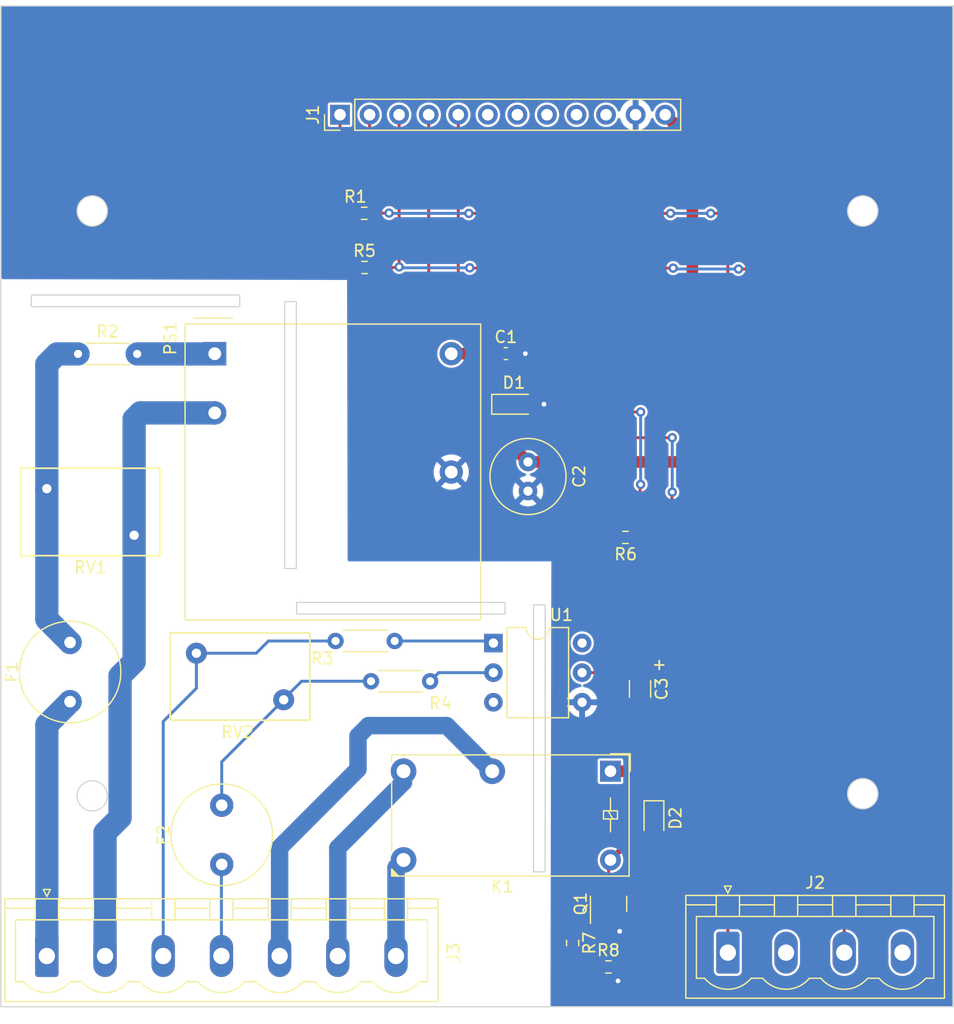
<source format=kicad_pcb>
(kicad_pcb (version 20211014) (generator pcbnew)
  (layers (0 "F.Cu" signal) (31 "B.Cu" signal) (34 "B.Paste" user) (35 "F.Paste" user) (36 "B.SilkS" user "B.Silkscreen") (37 "F.SilkS" user "F.Silkscreen") (38 "B.Mask" user) (39 "F.Mask" user) (44 "Edge.Cuts" user))
  (net 0 "")
  (net 1 "+5V")
  (net 2 "GND")
  (net 3 "Net-(PS1-Pad1)")
  (net 4 "/N")
  (net 5 "Net-(F1-Pad2)")
  (net 6 "/L")
  (net 7 "/HC_L")
  (net 8 "Net-(F2-Pad2)")
  (net 9 "/HC_N")
  (net 12 "/HP_ACTIVE")
  (net 13 "Net-(D2-Pad2)")
  (net 14 "+3.3V")
  (net 15 "/EXT_TEMP")
  (net 16 "/LIMITER_TEMP")
  (net 17 "/RELAY_CMD")
  (net 23 "/REL_NO")
  (net 24 "/REL_COM")
  (net 25 "/REL_NC")
  (net 26 "Net-(Q1-Pad1)")
  (net 27 "/EXT_TEMP_2")
  (net 28 "/LIM_TEMP_2")
  (net 29 "Net-(R3-Pad2)")
  (net 30 "Net-(R4-Pad2)")
  (footprint "Resistor_SMD:R_0603_1608Metric" (layer "F.Cu") (at 53.657 45.6184)
    (fp_text reference "R6" (at 0.0254 1.4478) (layer "F.SilkS"))
    (fp_text value "4.7k")
    (fp_line (start -0.237258 0.5225) (end 0.237258 0.5225) (layer "F.SilkS") (width 0.12))
    (fp_line (start -0.237258 -0.5225) (end 0.237258 -0.5225) (layer "F.SilkS") (width 0.12))
    (pad "1" smd roundrect (at -0.825 0) (size 0.8 0.95) (layers "F.Cu" "F.Paste" "F.Mask") (net 14 "+3.3V"))
    (pad "2" smd roundrect (at 0.825 0) (size 0.8 0.95) (layers "F.Cu" "F.Paste" "F.Mask") (net 12 "/HP_ACTIVE"))
  )
  (footprint "heating-controller:Converter_ACDC_aimtec_AMEM5" (layer "F.Cu") (at 15.8242 27.31)
    (fp_text reference "PS1" (at -1.27 1.2142 90) (layer "F.SilkS"))
    (fp_text value "AMEM5-5S277HAVZ")
    (fp_line (start 25.4 0) (end 25.4 25.4) (layer "F.SilkS") (width 0.12))
    (fp_line (start 25.4 25.4) (end 0 25.4) (layer "F.SilkS") (width 0.12))
    (fp_line (start 0 0) (end 25.4 0) (layer "F.SilkS") (width 0.12))
    (fp_line (start 0 25.4) (end 0 0) (layer "F.SilkS") (width 0.12))
    (fp_line (start 0.762 -0.508) (end 4.064 -0.508) (layer "F.SilkS") (width 0.12))
    (pad "1" thru_hole rect (at 2.55 2.54) (size 2 2) (drill 1.1) (layers *.Cu *.Mask) (net 3 "Net-(PS1-Pad1)"))
    (pad "2" thru_hole circle (at 2.55 7.62) (size 2 2) (drill 1.1) (layers *.Cu *.Mask) (net 4 "/N"))
    (pad "4" thru_hole circle (at 22.87 12.7) (size 2 2) (drill 1.1) (layers *.Cu *.Mask) (net 2 "GND"))
    (pad "5" thru_hole circle (at 22.87 2.54) (size 2 2) (drill 1.1) (layers *.Cu *.Mask) (net 1 "+5V"))
  )
  (footprint "Capacitor_THT:C_Radial_D6.3mm_H7.0mm_P2.50mm" (layer "F.Cu") (at 45.2882 39.1414 -90)
    (fp_text reference "C2" (at 1.25 -4.4 90) (layer "F.SilkS"))
    (fp_text value "150uF")
    (fp_circle (center 1.25 0) (end 4.52 0) (layer "F.SilkS") (width 0.12) (fill none))
    (pad "1" thru_hole circle (at 0 0 270) (size 1.6 1.6) (drill 0.8) (layers *.Cu *.Mask) (net 1 "+5V"))
    (pad "2" thru_hole circle (at 2.5 0 270) (size 1.6 1.6) (drill 0.8) (layers *.Cu *.Mask) (net 2 "GND"))
  )
  (footprint "Resistor_SMD:R_0603_1608Metric" (layer "F.Cu") (at 31.242 22.4536)
    (fp_text reference "R5" (at 0 -1.43) (layer "F.SilkS"))
    (fp_text value "15k")
    (fp_line (start -0.237258 0.5225) (end 0.237258 0.5225) (layer "F.SilkS") (width 0.12))
    (fp_line (start -0.237258 -0.5225) (end 0.237258 -0.5225) (layer "F.SilkS") (width 0.12))
    (pad "1" smd roundrect (at -0.825 0) (size 0.8 0.95) (layers "F.Cu" "F.Paste" "F.Mask") (net 14 "+3.3V"))
    (pad "2" smd roundrect (at 0.825 0) (size 0.8 0.95) (layers "F.Cu" "F.Paste" "F.Mask") (net 16 "/LIMITER_TEMP"))
  )
  (footprint "Varistor:RV_Disc_D12mm_W7.5mm_P7.5mm" (layer "F.Cu") (at 24.2986 59.5564 180)
    (fp_text reference "RV2" (at 3.9624 -2.7686) (layer "F.SilkS"))
    (fp_text value "ERZE10A561")
    (fp_line (start -2.25 -1.75) (end -2.25 5.75) (layer "F.SilkS") (width 0.15))
    (fp_line (start 9.75 -1.75) (end 9.75 5.75) (layer "F.SilkS") (width 0.15))
    (fp_line (start -2.25 -1.75) (end 9.75 -1.75) (layer "F.SilkS") (width 0.15))
    (fp_line (start -2.25 5.75) (end 9.75 5.75) (layer "F.SilkS") (width 0.15))
    (pad "1" thru_hole circle (at 0 0 180) (size 1.8 1.8) (drill 0.8) (layers *.Cu *.Mask) (net 8 "Net-(F2-Pad2)"))
    (pad "2" thru_hole circle (at 7.5 4 180) (size 1.8 1.8) (drill 0.8) (layers *.Cu *.Mask) (net 9 "/HC_N"))
  )
  (footprint "Resistor_SMD:R_0603_1608Metric" (layer "F.Cu") (at 52.1965 82.4865)
    (fp_text reference "R8" (at 0 -1.43) (layer "F.SilkS"))
    (fp_text value "100k")
    (fp_line (start -0.237258 -0.5225) (end 0.237258 -0.5225) (layer "F.SilkS") (width 0.12))
    (fp_line (start -0.237258 0.5225) (end 0.237258 0.5225) (layer "F.SilkS") (width 0.12))
    (pad "1" smd roundrect (at -0.825 0) (size 0.8 0.95) (layers "F.Cu" "F.Paste" "F.Mask") (net 26 "Net-(Q1-Pad1)"))
    (pad "2" smd roundrect (at 0.825 0) (size 0.8 0.95) (layers "F.Cu" "F.Paste" "F.Mask") (net 2 "GND"))
  )
  (footprint "Connector_PinHeader_2.54mm:PinHeader_1x12_P2.54mm_Vertical" (layer "F.Cu") (at 29.137 9.3392 90)
    (fp_text reference "J1" (at 0 -2.33 90) (layer "F.SilkS"))
    (fp_text value "LilyGo T-Display S3")
    (fp_line (start -1.33 -1.33) (end 0 -1.33) (layer "F.SilkS") (width 0.12))
    (fp_line (start -1.33 0) (end -1.33 -1.33) (layer "F.SilkS") (width 0.12))
    (fp_line (start -1.33 1.27) (end -1.33 29.27) (layer "F.SilkS") (width 0.12))
    (fp_line (start 1.33 1.27) (end 1.33 29.27) (layer "F.SilkS") (width 0.12))
    (fp_line (start -1.33 29.27) (end 1.33 29.27) (layer "F.SilkS") (width 0.12))
    (fp_line (start -1.33 1.27) (end 1.33 1.27) (layer "F.SilkS") (width 0.12))
    (pad "1" thru_hole rect (at 0 0 90) (size 1.7 1.7) (drill 1) (layers *.Cu *.Mask) (net 14 "+3.3V"))
    (pad "2" thru_hole oval (at 0 2.54 90) (size 1.7 1.7) (drill 1) (layers *.Cu *.Mask) (net 15 "/EXT_TEMP"))
    (pad "3" thru_hole oval (at 0 5.08 90) (size 1.7 1.7) (drill 1) (layers *.Cu *.Mask) (net 16 "/LIMITER_TEMP"))
    (pad "4" thru_hole oval (at 0 7.62 90) (size 1.7 1.7) (drill 1) (layers *.Cu *.Mask) (net 17 "/RELAY_CMD"))
    (pad "5" thru_hole oval (at 0 10.16 90) (size 1.7 1.7) (drill 1) (layers *.Cu *.Mask) (net 12 "/HP_ACTIVE"))
    (pad "6" thru_hole oval (at 0 12.7 90) (size 1.7 1.7) (drill 1) (layers *.Cu *.Mask))
    (pad "7" thru_hole oval (at 0 15.24 90) (size 1.7 1.7) (drill 1) (layers *.Cu *.Mask))
    (pad "8" thru_hole oval (at 0 17.78 90) (size 1.7 1.7) (drill 1) (layers *.Cu *.Mask))
    (pad "9" thru_hole oval (at 0 20.32 90) (size 1.7 1.7) (drill 1) (layers *.Cu *.Mask))
    (pad "10" thru_hole oval (at 0 22.86 90) (size 1.7 1.7) (drill 1) (layers *.Cu *.Mask))
    (pad "11" thru_hole oval (at 0 25.4 90) (size 1.7 1.7) (drill 1) (layers *.Cu *.Mask) (net 2 "GND"))
    (pad "12" thru_hole oval (at 0 27.94 90) (size 1.7 1.7) (drill 1) (layers *.Cu *.Mask) (net 1 "+5V"))
  )
  (footprint "Connector_Phoenix_MSTB:PhoenixContact_MSTBVA_2,5_7-G_1x07_P5.00mm_Vertical" (layer "F.Cu") (at 3.9484 81.5453)
    (fp_text reference "J3" (at 34.939 -0.2907 270) (layer "F.SilkS"))
    (fp_text value "Power connector")
    (fp_line (start -1 -4.91) (end 1 -4.91) (layer "F.SilkS") (width 0.12))
    (fp_line (start 12 2.2) (end 13 2.2) (layer "F.SilkS") (width 0.12))
    (fp_line (start -3.61 -4.1) (end -1.11 -4.1) (layer "F.SilkS") (width 0.12))
    (fp_line (start 6 -4.1) (end 9 -4.1) (layer "F.SilkS") (width 0.12))
    (fp_line (start 1 -4.91) (end 1 -3.1) (layer "F.SilkS") (width 0.12))
    (fp_line (start 9 -3.1) (end 9 -4.91) (layer "F.SilkS") (width 0.12))
    (fp_line (start 26 -4.1) (end 29 -4.1) (layer "F.SilkS") (width 0.12))
    (fp_line (start 1 -3.1) (end -1 -3.1) (layer "F.SilkS") (width 0.12))
    (fp_line (start 31 -3.1) (end 29 -3.1) (layer "F.SilkS") (width 0.12))
    (fp_line (start 32.7 -3.1) (end 32.7 2.2) (layer "F.SilkS") (width 0.12))
    (fp_line (start 24 -4.91) (end 26 -4.91) (layer "F.SilkS") (width 0.12))
    (fp_line (start 19 -4.91) (end 21 -4.91) (layer "F.SilkS") (width 0.12))
    (fp_line (start 27 2.2) (end 28 2.2) (layer "F.SilkS") (width 0.12))
    (fp_line (start 16 -3.1) (end 14 -3.1) (layer "F.SilkS") (width 0.12))
    (fp_line (start 6 -3.1) (end 4 -3.1) (layer "F.SilkS") (width 0.12))
    (fp_line (start 24 -3.1) (end 24 -4.91) (layer "F.SilkS") (width 0.12))
    (fp_line (start 26 -4.91) (end 26 -3.1) (layer "F.SilkS") (width 0.12))
    (fp_line (start 0.3 -5.71) (end 0 -5.11) (layer "F.SilkS") (width 0.12))
    (fp_line (start 32.7 2.2) (end 32 2.2) (layer "F.SilkS") (width 0.12))
    (fp_line (start 4 -4.91) (end 6 -4.91) (layer "F.SilkS") (width 0.12))
    (fp_line (start 33.61 3.91) (end 33.61 -4.91) (layer "F.SilkS") (width 0.12))
    (fp_line (start 31 -4.91) (end 31 -3.1) (layer "F.SilkS") (width 0.12))
    (fp_line (start 16 -4.1) (end 19 -4.1) (layer "F.SilkS") (width 0.12))
    (fp_line (start 11 -4.91) (end 11 -3.1) (layer "F.SilkS") (width 0.12))
    (fp_line (start 33.61 -4.1) (end 31.11 -4.1) (layer "F.SilkS") (width 0.12))
    (fp_line (start 0 -5.11) (end -0.3 -5.71) (layer "F.SilkS") (width 0.12))
    (fp_line (start 21 -4.1) (end 24 -4.1) (layer "F.SilkS") (width 0.12))
    (fp_line (start 29 -4.91) (end 31 -4.91) (layer "F.SilkS") (width 0.12))
    (fp_line (start -0.3 -5.71) (end 0.3 -5.71) (layer "F.SilkS") (width 0.12))
    (fp_line (start 21 -4.91) (end 21 -3.1) (layer "F.SilkS") (width 0.12))
    (fp_line (start 14 -4.91) (end 16 -4.91) (layer "F.SilkS") (width 0.12))
    (fp_line (start 6 -4.91) (end 6 -3.1) (layer "F.SilkS") (width 0.12))
    (fp_line (start 21 -3.1) (end 19 -3.1) (layer "F.SilkS") (width 0.12))
    (fp_line (start 11 -3.1) (end 9 -3.1) (layer "F.SilkS") (width 0.12))
    (fp_line (start 29 -3.1) (end 29 -4.91) (layer "F.SilkS") (width 0.12))
    (fp_line (start 9 -4.91) (end 11 -4.91) (layer "F.SilkS") (width 0.12))
    (fp_line (start 19 -3.1) (end 19 -4.91) (layer "F.SilkS") (width 0.12))
    (fp_line (start 2 2.2) (end 3 2.2) (layer "F.SilkS") (width 0.12))
    (fp_line (start 1 -4.1) (end 4 -4.1) (layer "F.SilkS") (width 0.12))
    (fp_line (start 17 2.2) (end 18 2.2) (layer "F.SilkS") (width 0.12))
    (fp_line (start 11 -4.1) (end 14 -4.1) (layer "F.SilkS") (width 0.12))
    (fp_line (start 7 2.2) (end 8 2.2) (layer "F.SilkS") (width 0.12))
    (fp_line (start 26 -3.1) (end 24 -3.1) (layer "F.SilkS") (width 0.12))
    (fp_line (start 22 2.2) (end 23 2.2) (layer "F.SilkS") (width 0.12))
    (fp_line (start -2.7 2.2) (end -2.7 -3.1) (layer "F.SilkS") (width 0.12))
    (fp_line (start -2.7 -3.1) (end 32.7 -3.1) (layer "F.SilkS") (width 0.12))
    (fp_line (start 14 -3.1) (end 14 -4.91) (layer "F.SilkS") (width 0.12))
    (fp_line (start -1 -3.1) (end -1 -4.91) (layer "F.SilkS") (width 0.12))
    (fp_line (start -3.61 -4.91) (end -3.61 3.91) (layer "F.SilkS") (width 0.12))
    (fp_line (start 16 -4.91) (end 16 -3.1) (layer "F.SilkS") (width 0.12))
    (fp_line (start 33.61 -4.91) (end -3.61 -4.91) (layer "F.SilkS") (width 0.12))
    (fp_line (start -3.61 3.91) (end 33.61 3.91) (layer "F.SilkS") (width 0.12))
    (fp_line (start -2 2.2) (end -2.7 2.2) (layer "F.SilkS") (width 0.12))
    (fp_line (start 4 -3.1) (end 4 -4.91) (layer "F.SilkS") (width 0.12))
    (fp_arc (start 31.986842 2.215821) (mid 29.989711 3.142758) (end 28 2.2) (layer "F.SilkS") (width 0.12))
    (fp_arc (start 11.986842 2.215821) (mid 9.989711 3.142758) (end 8 2.2) (layer "F.SilkS") (width 0.12))
    (fp_arc (start 16.986842 2.215821) (mid 14.989711 3.142758) (end 13 2.2) (layer "F.SilkS") (width 0.12))
    (fp_arc (start 21.986842 2.215821) (mid 19.989711 3.142758) (end 18 2.2) (layer "F.SilkS") (width 0.12))
    (fp_arc (start 26.986842 2.215821) (mid 24.989711 3.142758) (end 23 2.2) (layer "F.SilkS") (width 0.12))
    (fp_arc (start 1.986842 2.215821) (mid -0.010289 3.142758) (end -2 2.2) (layer "F.SilkS") (width 0.12))
    (fp_arc (start 6.986842 2.215821) (mid 4.989711 3.142758) (end 3 2.2) (layer "F.SilkS") (width 0.12))
    (pad "1" thru_hole roundrect (at 0 0) (size 2 3.6) (drill 1.4) (layers *.Cu *.Mask) (roundrect_rratio 0.125) (net 6 "/L"))
    (pad "2" thru_hole oval (at 5 0) (size 2 3.6) (drill 1.4) (layers *.Cu *.Mask) (net 4 "/N"))
    (pad "3" thru_hole oval (at 10 0) (size 2 3.6) (drill 1.4) (layers *.Cu *.Mask) (net 9 "/HC_N"))
    (pad "4" thru_hole oval (at 15 0) (size 2 3.6) (drill 1.4) (layers *.Cu *.Mask) (net 7 "/HC_L"))
    (pad "5" thru_hole oval (at 20 0) (size 2 3.6) (drill 1.4) (layers *.Cu *.Mask) (net 24 "/REL_COM"))
    (pad "6" thru_hole oval (at 25 0) (size 2 3.6) (drill 1.4) (layers *.Cu *.Mask) (net 23 "/REL_NO"))
    (pad "7" thru_hole oval (at 30 0) (size 2 3.6) (drill 1.4) (layers *.Cu *.Mask) (net 25 "/REL_NC"))
  )
  (footprint "Resistor_SMD:R_0603_1608Metric" (layer "F.Cu") (at 49.1236 80.4296 -90)
    (fp_text reference "R7" (at 0 -1.43 90) (layer "F.SilkS"))
    (fp_text value "1k")
    (fp_line (start -0.237258 -0.5225) (end 0.237258 -0.5225) (layer "F.SilkS") (width 0.12))
    (fp_line (start -0.237258 0.5225) (end 0.237258 0.5225) (layer "F.SilkS") (width 0.12))
    (pad "1" smd roundrect (at -0.825 0 270) (size 0.8 0.95) (layers "F.Cu" "F.Paste" "F.Mask") (net 17 "/RELAY_CMD"))
    (pad "2" smd roundrect (at 0.825 0 270) (size 0.8 0.95) (layers "F.Cu" "F.Paste" "F.Mask") (net 26 "Net-(Q1-Pad1)"))
  )
  (footprint "Capacitor_SMD:C_1206_3216Metric" (layer "F.Cu") (at 54.9148 58.6232 -90)
    (fp_text reference "C3" (at 0 -1.85 90) (layer "F.SilkS"))
    (fp_text value "4.7uF")
    (fp_line (start -0.711252 -0.91) (end 0.711252 -0.91) (layer "F.SilkS") (width 0.12))
    (fp_line (start -0.711252 0.91) (end 0.711252 0.91) (layer "F.SilkS") (width 0.12))
    (pad "1" smd roundrect (at -1.475 0 270) (size 1.15 1.8) (layers "F.Cu" "F.Paste" "F.Mask") (roundrect_rratio 0.217391) (net 12 "/HP_ACTIVE"))
    (pad "2" smd roundrect (at 1.475 0 270) (size 1.15 1.8) (layers "F.Cu" "F.Paste" "F.Mask") (roundrect_rratio 0.217391) (net 2 "GND"))
  )
  (footprint "Relay_THT:Relay_SPDT_Finder_32.21-x000" (layer "F.Cu") (at 52.3748 65.6844 180)
    (fp_text reference "K1" (at 9.3 -9.9) (layer "F.SilkS"))
    (fp_text value "FINDER-32.21-x000")
    (fp_line (start 18.8 -6.8) (end 18.8 -0.8) (layer "F.SilkS") (width 0.12))
    (fp_line (start 18.8 -9) (end 18.8 -8.4) (layer "F.SilkS") (width 0.12))
    (fp_line (start -0.6 -3.4) (end 0.6 -3.4) (layer "F.SilkS") (width 0.12))
    (fp_line (start 0 -3.4) (end 0 -2.3) (layer "F.SilkS") (width 0.12))
    (fp_line (start 18.8 -8.7) (end 18.4 -9) (layer "F.SilkS") (width 0.12))
    (fp_line (start 18.8 1.4) (end -1.6 1.4) (layer "F.SilkS") (width 0.12))
    (fp_line (start -1.7 1.5) (end -1.7 0) (layer "F.SilkS") (width 0.12))
    (fp_line (start -1.6 1.4) (end -1.6 -9) (layer "F.SilkS") (width 0.12))
    (fp_line (start 18.2 -9) (end 18.8 -8.4) (layer "F.SilkS") (width 0.12))
    (fp_line (start 18.8 -8.6) (end 18.4 -9) (layer "F.SilkS") (width 0.12))
    (fp_line (start 0 1.5) (end -1.7 1.5) (layer "F.SilkS") (width 0.12))
    (fp_line (start 18.8 0.8) (end 18.8 1.4) (layer "F.SilkS") (width 0.12))
    (fp_line (start 18.8 -8.5) (end 18.3 -9) (layer "F.SilkS") (width 0.12))
    (fp_line (start 0 -4.1) (end 0 -5.2) (layer "F.SilkS") (width 0.12))
    (fp_line (start 0.6 -4.1) (end -0.6 -4.1) (layer "F.SilkS") (width 0.12))
    (fp_line (start 18.6 -9) (end 18.8 -8.8) (layer "F.SilkS") (width 0.12))
    (fp_line (start 0.2 -3.4) (end -0.2 -4.1) (layer "F.SilkS") (width 0.12))
    (fp_line (start 0.6 -3.4) (end 0.6 -4.1) (layer "F.SilkS") (width 0.12))
    (fp_line (start -0.6 -4.1) (end -0.6 -3.4) (layer "F.SilkS") (width 0.12))
    (fp_line (start -1.6 -9) (end 18.8 -9) (layer "F.SilkS") (width 0.12))
    (pad "11" thru_hole circle (at 10.16 0 270) (size 2.2 2.2) (drill 1.2) (layers *.Cu *.Mask) (net 24 "/REL_COM"))
    (pad "12" thru_hole circle (at 17.78 -7.62 270) (size 2.2 2.2) (drill 1.2) (layers *.Cu *.Mask) (net 25 "/REL_NC"))
    (pad "14" thru_hole circle (at 17.78 0 270) (size 2.2 2.2) (drill 1.2) (layers *.Cu *.Mask) (net 23 "/REL_NO"))
    (pad "A1" thru_hole rect (at 0 0 270) (size 1.8 1.8) (drill 1) (layers *.Cu *.Mask) (net 1 "+5V"))
    (pad "A2" thru_hole circle (at 0 -7.62 270) (size 1.8 1.8) (drill 1) (layers *.Cu *.Mask) (net 13 "Net-(D2-Pad2)"))
  )
  (footprint "Resistor_SMD:R_0603_1608Metric" (layer "F.Cu") (at 31.2166 17.800169)
    (fp_text reference "R1" (at -0.762 -1.43) (layer "F.SilkS"))
    (fp_text value "15k")
    (fp_line (start -0.237258 -0.5225) (end 0.237258 -0.5225) (layer "F.SilkS") (width 0.12))
    (fp_line (start -0.237258 0.5225) (end 0.237258 0.5225) (layer "F.SilkS") (width 0.12))
    (pad "1" smd roundrect (at -0.825 0) (size 0.8 0.95) (layers "F.Cu" "F.Paste" "F.Mask") (net 14 "+3.3V"))
    (pad "2" smd roundrect (at 0.825 0) (size 0.8 0.95) (layers "F.Cu" "F.Paste" "F.Mask") (net 15 "/EXT_TEMP"))
  )
  (footprint "Diode_SMD:D_SOD-323" (layer "F.Cu") (at 56.1086 69.723 -90)
    (fp_text reference "D2" (at 0 -1.85 90) (layer "F.SilkS"))
    (fp_text value "1N4148WS")
    (fp_line (start -1.5 -0.85) (end 1.05 -0.85) (layer "F.SilkS") (width 0.12))
    (fp_line (start -1.5 0.85) (end 1.05 0.85) (layer "F.SilkS") (width 0.12))
    (fp_line (start -1.5 -0.85) (end -1.5 0.85) (layer "F.SilkS") (width 0.12))
    (pad "1" smd rect (at -1.05 0 270) (size 0.6 0.45) (layers "F.Cu" "F.Paste" "F.Mask") (net 1 "+5V"))
    (pad "2" smd rect (at 1.05 0 270) (size 0.6 0.45) (layers "F.Cu" "F.Paste" "F.Mask") (net 13 "Net-(D2-Pad2)"))
  )
  (footprint "Capacitor_SMD:C_0603_1608Metric" (layer "F.Cu") (at 43.3832 29.845)
    (fp_text reference "C1" (at 0 -1.43) (layer "F.SilkS"))
    (fp_text value "1uF")
    (fp_line (start -0.14058 -0.51) (end 0.14058 -0.51) (layer "F.SilkS") (width 0.12))
    (fp_line (start -0.14058 0.51) (end 0.14058 0.51) (layer "F.SilkS") (width 0.12))
    (pad "1" smd roundrect (at -0.775 0) (size 0.9 0.95) (layers "F.Cu" "F.Paste" "F.Mask") (net 1 "+5V"))
    (pad "2" smd roundrect (at 0.775 0) (size 0.9 0.95) (layers "F.Cu" "F.Paste" "F.Mask") (net 2 "GND"))
  )
  (footprint "Connector_Phoenix_MSTB:PhoenixContact_MSTBVA_2,5_4-G_1x04_P5.00mm_Vertical" (layer "F.Cu") (at 62.4586 81.2546)
    (fp_text reference "J2" (at 7.5 -6) (layer "F.SilkS"))
    (fp_text value "Temperature_probes")
    (fp_line (start 9 -3.1) (end 9 -4.91) (layer "F.SilkS") (width 0.12))
    (fp_line (start 17.7 2.2) (end 17 2.2) (layer "F.SilkS") (width 0.12))
    (fp_line (start 17.7 -3.1) (end 17.7 2.2) (layer "F.SilkS") (width 0.12))
    (fp_line (start 18.61 3.91) (end 18.61 -4.91) (layer "F.SilkS") (width 0.12))
    (fp_line (start 11 -3.1) (end 9 -3.1) (layer "F.SilkS") (width 0.12))
    (fp_line (start 7 2.2) (end 8 2.2) (layer "F.SilkS") (width 0.12))
    (fp_line (start -3.61 3.91) (end 18.61 3.91) (layer "F.SilkS") (width 0.12))
    (fp_line (start 16 -3.1) (end 14 -3.1) (layer "F.SilkS") (width 0.12))
    (fp_line (start 12 2.2) (end 13 2.2) (layer "F.SilkS") (width 0.12))
    (fp_line (start -1 -3.1) (end -1 -4.91) (layer "F.SilkS") (width 0.12))
    (fp_line (start -0.3 -5.71) (end 0.3 -5.71) (layer "F.SilkS") (width 0.12))
    (fp_line (start -1 -4.91) (end 1 -4.91) (layer "F.SilkS") (width 0.12))
    (fp_line (start -3.61 -4.1) (end -1.11 -4.1) (layer "F.SilkS") (width 0.12))
    (fp_line (start 1 -3.1) (end -1 -3.1) (layer "F.SilkS") (width 0.12))
    (fp_line (start -3.61 -4.91) (end -3.61 3.91) (layer "F.SilkS") (width 0.12))
    (fp_line (start 0 -5.11) (end -0.3 -5.71) (layer "F.SilkS") (width 0.12))
    (fp_line (start 1 -4.1) (end 4 -4.1) (layer "F.SilkS") (width 0.12))
    (fp_line (start 11 -4.91) (end 11 -3.1) (layer "F.SilkS") (width 0.12))
    (fp_line (start 16 -4.91) (end 16 -3.1) (layer "F.SilkS") (width 0.12))
    (fp_line (start 14 -4.91) (end 16 -4.91) (layer "F.SilkS") (width 0.12))
    (fp_line (start 4 -4.91) (end 6 -4.91) (layer "F.SilkS") (width 0.12))
    (fp_line (start 4 -3.1) (end 4 -4.91) (layer "F.SilkS") (width 0.12))
    (fp_line (start 6 -4.91) (end 6 -3.1) (layer "F.SilkS") (width 0.12))
    (fp_line (start -2.7 2.2) (end -2.7 -3.1) (layer "F.SilkS") (width 0.12))
    (fp_line (start 9 -4.91) (end 11 -4.91) (layer "F.SilkS") (width 0.12))
    (fp_line (start 18.61 -4.91) (end -3.61 -4.91) (layer "F.SilkS") (width 0.12))
    (fp_line (start 18.61 -4.1) (end 16.11 -4.1) (layer "F.SilkS") (width 0.12))
    (fp_line (start -2 2.2) (end -2.7 2.2) (layer "F.SilkS") (width 0.12))
    (fp_line (start 14 -3.1) (end 14 -4.91) (layer "F.SilkS") (width 0.12))
    (fp_line (start 6 -3.1) (end 4 -3.1) (layer "F.SilkS") (width 0.12))
    (fp_line (start 2 2.2) (end 3 2.2) (layer "F.SilkS") (width 0.12))
    (fp_line (start 11 -4.1) (end 14 -4.1) (layer "F.SilkS") (width 0.12))
    (fp_line (start 6 -4.1) (end 9 -4.1) (layer "F.SilkS") (width 0.12))
    (fp_line (start -2.7 -3.1) (end 17.7 -3.1) (layer "F.SilkS") (width 0.12))
    (fp_line (start 0.3 -5.71) (end 0 -5.11) (layer "F.SilkS") (width 0.12))
    (fp_line (start 1 -4.91) (end 1 -3.1) (layer "F.SilkS") (width 0.12))
    (fp_arc (start 1.986842 2.215821) (mid -0.010289 3.142758) (end -2 2.2) (layer "F.SilkS") (width 0.12))
    (fp_arc (start 16.986842 2.215821) (mid 14.989711 3.142758) (end 13 2.2) (layer "F.SilkS") (width 0.12))
    (fp_arc (start 6.986842 2.215821) (mid 4.989711 3.142758) (end 3 2.2) (layer "F.SilkS") (width 0.12))
    (fp_arc (start 11.986842 2.215821) (mid 9.989711 3.142758) (end 8 2.2) (layer "F.SilkS") (width 0.12))
    (pad "1" thru_hole roundrect (at 0 0) (size 2 3.6) (drill 1.4) (layers *.Cu *.Mask) (roundrect_rratio 0.125) (net 15 "/EXT_TEMP"))
    (pad "2" thru_hole oval (at 5 0) (size 2 3.6) (drill 1.4) (layers *.Cu *.Mask) (net 27 "/EXT_TEMP_2"))
    (pad "3" thru_hole oval (at 10 0) (size 2 3.6) (drill 1.4) (layers *.Cu *.Mask) (net 16 "/LIMITER_TEMP"))
    (pad "4" thru_hole oval (at 15 0) (size 2 3.6) (drill 1.4) (layers *.Cu *.Mask) (net 28 "/LIM_TEMP_2"))
  )
  (footprint "Diode_SMD:D_SOD-323_HandSoldering" (layer "F.Cu") (at 44.0744 34.1884)
    (fp_text reference "D1" (at 0 -1.85) (layer "F.SilkS"))
    (fp_text value "ESD7371HT1G")
    (fp_line (start -1.9 0.85) (end 1.25 0.85) (layer "F.SilkS") (width 0.12))
    (fp_line (start -1.9 -0.85) (end 1.25 -0.85) (layer "F.SilkS") (width 0.12))
    (fp_line (start -1.9 -0.85) (end -1.9 0.85) (layer "F.SilkS") (width 0.12))
    (pad "1" smd rect (at -1.25 0) (size 1 1) (layers "F.Cu" "F.Paste" "F.Mask") (net 1 "+5V"))
    (pad "2" smd rect (at 1.25 0) (size 1 1) (layers "F.Cu" "F.Paste" "F.Mask") (net 2 "GND"))
  )
  (footprint "Fuse:Fuse_Littelfuse_372_D8.50mm" (layer "F.Cu") (at 18.9738 73.6854 90)
    (fp_text reference "F2" (at 2.54 -5 90) (layer "F.SilkS"))
    (fp_text value "T1A/300V")
    (fp_circle (center 2.54 0) (end 6.9 0) (layer "F.SilkS") (width 0.12) (fill none))
    (pad "1" thru_hole circle (at 0 0 90) (size 2 2) (drill 1) (layers *.Cu *.Mask) (net 7 "/HC_L"))
    (pad "2" thru_hole circle (at 5.08 0 90) (size 2 2) (drill 1) (layers *.Cu *.Mask) (net 8 "Net-(F2-Pad2)"))
  )
  (footprint "Fuse:Fuse_Littelfuse_372_D8.50mm" (layer "F.Cu") (at 5.9436 59.7154 90)
    (fp_text reference "F1" (at 2.54 -5 90) (layer "F.SilkS"))
    (fp_text value "T1A/300V")
    (fp_circle (center 2.54 0) (end 6.9 0) (layer "F.SilkS") (width 0.12) (fill none))
    (pad "1" thru_hole circle (at 0 0 90) (size 2 2) (drill 1) (layers *.Cu *.Mask) (net 6 "/L"))
    (pad "2" thru_hole circle (at 5.08 0 90) (size 2 2) (drill 1) (layers *.Cu *.Mask) (net 5 "Net-(F1-Pad2)"))
  )
  (footprint "Resistor_THT:R_Axial_DIN0204_L3.6mm_D1.6mm_P5.08mm_Horizontal" (layer "F.Cu") (at 6.6294 29.8704)
    (fp_text reference "R2" (at 2.54 -1.92) (layer "F.SilkS"))
    (fp_text value "12")
    (fp_line (start 0.62 -0.92) (end 4.46 -0.92) (layer "F.SilkS") (width 0.12))
    (fp_line (start 0.62 0.92) (end 4.46 0.92) (layer "F.SilkS") (width 0.12))
    (pad "1" thru_hole circle (at 0 0) (size 1.4 1.4) (drill 0.7) (layers *.Cu *.Mask) (net 5 "Net-(F1-Pad2)"))
    (pad "2" thru_hole oval (at 5.08 0) (size 1.4 1.4) (drill 0.7) (layers *.Cu *.Mask) (net 3 "Net-(PS1-Pad1)"))
  )
  (footprint "Varistor:RV_Disc_D12mm_W7.5mm_P7.5mm" (layer "F.Cu") (at 3.9462 41.434)
    (fp_text reference "RV1" (at 3.75 6.75) (layer "F.SilkS"))
    (fp_text value "ERZE10A561")
    (fp_line (start -2.25 -1.75) (end -2.25 5.75) (layer "F.SilkS") (width 0.15))
    (fp_line (start -2.25 5.75) (end 9.75 5.75) (layer "F.SilkS") (width 0.15))
    (fp_line (start 9.75 -1.75) (end 9.75 5.75) (layer "F.SilkS") (width 0.15))
    (fp_line (start -2.25 -1.75) (end 9.75 -1.75) (layer "F.SilkS") (width 0.15))
    (pad "1" thru_hole circle (at 0 0) (size 1.8 1.8) (drill 0.8) (layers *.Cu *.Mask) (net 5 "Net-(F1-Pad2)"))
    (pad "2" thru_hole circle (at 7.5 4) (size 1.8 1.8) (drill 0.8) (layers *.Cu *.Mask) (net 4 "/N"))
  )
  (footprint "Resistor_THT:R_Axial_DIN0204_L3.6mm_D1.6mm_P5.08mm_Horizontal" (layer "F.Cu") (at 31.8008 57.9628)
    (fp_text reference "R4" (at 5.969 1.905) (layer "F.SilkS"))
    (fp_text value "100k")
    (fp_line (start 0.62 -0.92) (end 4.46 -0.92) (layer "F.SilkS") (width 0.12))
    (fp_line (start 0.62 0.92) (end 4.46 0.92) (layer "F.SilkS") (width 0.12))
    (pad "1" thru_hole circle (at 0 0) (size 1.4 1.4) (drill 0.7) (layers *.Cu *.Mask) (net 8 "Net-(F2-Pad2)"))
    (pad "2" thru_hole oval (at 5.08 0) (size 1.4 1.4) (drill 0.7) (layers *.Cu *.Mask) (net 30 "Net-(R4-Pad2)"))
  )
  (footprint "Package_DIP:DIP-6_W7.62mm" (layer "F.Cu") (at 42.3164 54.6862)
    (fp_text reference "U1" (at 5.842 -2.413) (layer "F.SilkS"))
    (fp_text value "H11AA1")
    (fp_line (start 6.46 6.41) (end 6.46 -1.33) (layer "F.SilkS") (width 0.12))
    (fp_line (start 1.16 6.41) (end 6.46 6.41) (layer "F.SilkS") (width 0.12))
    (fp_line (start 1.16 -1.33) (end 1.16 6.41) (layer "F.SilkS") (width 0.12))
    (fp_line (start 2.81 -1.33) (end 1.16 -1.33) (layer "F.SilkS") (width 0.12))
    (fp_line (start 6.46 -1.33) (end 4.81 -1.33) (layer "F.SilkS") (width 0.12))
    (fp_arc (start 4.81 -1.33) (mid 3.81 -0.33) (end 2.81 -1.33) (layer "F.SilkS") (width 0.12))
    (pad "1" thru_hole rect (at 0 0) (size 1.6 1.6) (drill 0.8) (layers *.Cu *.Mask) (net 29 "Net-(R3-Pad2)"))
    (pad "2" thru_hole oval (at 0 2.54) (size 1.6 1.6) (drill 0.8) (layers *.Cu *.Mask) (net 30 "Net-(R4-Pad2)"))
    (pad "3" thru_hole oval (at 0 5.08) (size 1.6 1.6) (drill 0.8) (layers *.Cu *.Mask))
    (pad "4" thru_hole oval (at 7.62 5.08) (size 1.6 1.6) (drill 0.8) (layers *.Cu *.Mask) (net 2 "GND"))
    (pad "5" thru_hole oval (at 7.62 2.54) (size 1.6 1.6) (drill 0.8) (layers *.Cu *.Mask) (net 12 "/HP_ACTIVE"))
    (pad "6" thru_hole oval (at 7.62 0) (size 1.6 1.6) (drill 0.8) (layers *.Cu *.Mask))
  )
  (footprint "Package_TO_SOT_SMD:SOT-23" (layer "F.Cu") (at 52.2122 77.0659 90)
    (fp_text reference "Q1" (at 0 -2.4 90) (layer "F.SilkS"))
    (fp_text value "AO3400A")
    (fp_line (start 0 1.56) (end 0.65 1.56) (layer "F.SilkS") (width 0.12))
    (fp_line (start 0 -1.56) (end -1.675 -1.56) (layer "F.SilkS") (width 0.12))
    (fp_line (start 0 1.56) (end -0.65 1.56) (layer "F.SilkS") (width 0.12))
    (fp_line (start 0 -1.56) (end 0.65 -1.56) (layer "F.SilkS") (width 0.12))
    (pad "1" smd roundrect (at -0.9375 -0.95 90) (size 1.475 0.6) (layers "F.Cu" "F.Paste" "F.Mask") (net 26 "Net-(Q1-Pad1)"))
    (pad "2" smd roundrect (at -0.9375 0.95 90) (size 1.475 0.6) (layers "F.Cu" "F.Paste" "F.Mask") (net 2 "GND"))
    (pad "3" smd roundrect (at 0.9375 0 90) (size 1.475 0.6) (layers "F.Cu" "F.Paste" "F.Mask") (net 13 "Net-(D2-Pad2)"))
  )
  (footprint "Resistor_THT:R_Axial_DIN0204_L3.6mm_D1.6mm_P5.08mm_Horizontal" (layer "F.Cu") (at 28.7528 54.5084)
    (fp_text reference "R3" (at -1.143 1.4986) (layer "F.SilkS"))
    (fp_text value "100k")
    (fp_line (start 0.62 0.92) (end 4.46 0.92) (layer "F.SilkS") (width 0.12))
    (fp_line (start 0.62 -0.92) (end 4.46 -0.92) (layer "F.SilkS") (width 0.12))
    (pad "1" thru_hole circle (at 0 0) (size 1.4 1.4) (drill 0.7) (layers *.Cu *.Mask) (net 9 "/HC_N"))
    (pad "2" thru_hole oval (at 5.08 0) (size 1.4 1.4) (drill 0.7) (layers *.Cu *.Mask) (net 29 "Net-(R3-Pad2)"))
  )
  (gr_circle (center 7.85 17.6) (end 9.15 17.6) (layer "Edge.Cuts") (width 0.1) (fill none))
  (gr_rect (start 2.6162 24.8158) (end 20.5232 25.8158) (layer "Edge.Cuts") (width 0.1) (fill none))
  (gr_rect (start 0 0) (end 81.85 85.9) (layer "Edge.Cuts") (width 0.1) (fill none))
  (gr_circle (center 7.85 67.8) (end 9.15 67.8) (layer "Edge.Cuts") (width 0.1) (fill none))
  (gr_rect (start 45.7614 51.4096) (end 46.7614 74.3204) (layer "Edge.Cuts") (width 0.1) (fill none))
  (gr_circle (center 74.05 17.6) (end 75.35 17.6) (layer "Edge.Cuts") (width 0.1) (fill none))
  (gr_rect (start 25.4127 51.197) (end 43.3197 52.197) (layer "Edge.Cuts") (width 0.1) (fill none))
  (gr_rect (start 24.384 25.3746) (end 25.384 48.2854) (layer "Edge.Cuts") (width 0.1) (fill none))
  (gr_circle (center 74.05 67.6148) (end 75.35 67.6148) (layer "Edge.Cuts") (width 0.1) (fill none))
  (gr_text "+" (at 56.5658 56.4896) (layer "F.SilkS") (effects (font (size 1 1))))
  (segment (start 56.1086 65.786) (end 56.2102 65.6844) (width 1) (layer "F.Cu") (net 1))
  (segment (start 57.077 9.3392) (end 59.4106 11.6728) (width 1) (layer "F.Cu") (net 1))
  (segment (start 59.055 39.1414) (end 59.4106 38.7858) (width 1) (layer "F.Cu") (net 1))
  (segment (start 52.3748 65.6844) (end 56.2102 65.6844) (width 1) (layer "F.Cu") (net 1))
  (segment (start 59.4106 38.7858) (end 59.4106 40.4876) (width 1) (layer "F.Cu") (net 1))
  (segment (start 42.8244 34.1884) (end 42.8244 36.6776) (width 1) (layer "F.Cu") (net 1))
  (segment (start 42.3926 33.7566) (end 42.8244 34.1884) (width 1) (layer "F.Cu") (net 1))
  (segment (start 56.1086 68.673) (end 56.1086 65.786) (width 1) (layer "F.Cu") (net 1))
  (segment (start 56.896 65.6844) (end 59.4106 63.1698) (width 1) (layer "F.Cu") (net 1))
  (segment (start 59.4106 63.1698) (end 59.4106 40.4876) (width 1) (layer "F.Cu") (net 1))
  (segment (start 42.3622 29.85) (end 42.3926 29.8804) (width 1) (layer "F.Cu") (net 1))
  (segment (start 56.5658 39.1414) (end 45.2882 39.1414) (width 1) (layer "F.Cu") (net 1))
  (segment (start 56.2102 65.6844) (end 56.896 65.6844) (width 1) (layer "F.Cu") (net 1))
  (segment (start 42.8244 36.6776) (end 45.2882 39.1414) (width 1) (layer "F.Cu") (net 1))
  (segment (start 58.0644 39.1414) (end 59.055 39.1414) (width 1) (layer "F.Cu") (net 1))
  (segment (start 59.4106 11.6728) (end 59.4106 38.7858) (width 1) (layer "F.Cu") (net 1))
  (segment (start 38.6942 29.85) (end 42.3622 29.85) (width 1) (layer "F.Cu") (net 1))
  (segment (start 58.0644 39.1414) (end 56.5658 39.1414) (width 1) (layer "F.Cu") (net 1))
  (segment (start 42.3926 29.8804) (end 42.3926 33.7566) (width 1) (layer "F.Cu") (net 1))
  (segment (start 54.5828 59.7662) (end 49.9364 59.7662) (width 0.25) (layer "F.Cu") (net 2))
  (segment (start 45.3244 34.1884) (end 46.6598 34.1884) (width 0.25) (layer "F.Cu") (net 2))
  (segment (start 53.0215 83.6803) (end 53.0215 82.4865) (width 0.25) (layer "F.Cu") (net 2))
  (segment (start 53.1622 78.0034) (end 53.1622 79.4258) (width 0.25) (layer "F.Cu") (net 2))
  (segment (start 44.1582 29.845) (end 45.0596 29.845) (width 0.25) (layer "F.Cu") (net 2))
  (segment (start 54.9148 60.0982) (end 54.5828 59.7662) (width 0.25) (layer "F.Cu") (net 2))
  (via (at 45.0596 29.845) (size 0.8) (drill 0.4) (layers "F.Cu" "B.Cu") (net 2))
  (via (at 53.0215 83.6803) (size 0.8) (drill 0.4) (layers "F.Cu" "B.Cu") (net 2))
  (via (at 46.6598 34.1884) (size 0.8) (drill 0.4) (layers "F.Cu" "B.Cu") (net 2))
  (via (at 53.1622 79.4258) (size 0.8) (drill 0.4) (layers "F.Cu" "B.Cu") (net 2))
  (segment (start 18.3538 29.8704) (end 18.3742 29.85) (width 1) (layer "B.Cu") (net 3))
  (segment (start 11.7094 29.8704) (end 18.3538 29.8704) (width 2) (layer "B.Cu") (net 3))
  (segment (start 11.4462 56.2956) (end 11.4462 45.434) (width 2) (layer "B.Cu") (net 4))
  (segment (start 10.2362 57.5056) (end 11.4462 56.2956) (width 2) (layer "B.Cu") (net 4))
  (segment (start 11.4462 35.4676) (end 11.9838 34.93) (width 2) (layer "B.Cu") (net 4))
  (segment (start 8.9484 70.96) (end 10.2362 69.6722) (width 2) (layer "B.Cu") (net 4))
  (segment (start 10.2362 69.6722) (end 10.2362 57.5056) (width 2) (layer "B.Cu") (net 4))
  (segment (start 11.9838 34.93) (end 18.3742 34.93) (width 2) (layer "B.Cu") (net 4))
  (segment (start 11.4462 45.434) (end 11.4462 35.4676) (width 2) (layer "B.Cu") (net 4))
  (segment (start 8.9484 81.5453) (end 8.9484 70.96) (width 2) (layer "B.Cu") (net 4))
  (segment (start 3.9462 52.638) (end 5.9436 54.6354) (width 2) (layer "B.Cu") (net 5))
  (segment (start 3.9462 41.434) (end 3.9462 30.7502) (width 2) (layer "B.Cu") (net 5))
  (segment (start 3.9462 41.434) (end 3.9462 52.638) (width 2) (layer "B.Cu") (net 5))
  (segment (start 4.826 29.8704) (end 6.6294 29.8704) (width 2) (layer "B.Cu") (net 5))
  (segment (start 3.9462 30.7502) (end 4.826 29.8704) (width 2) (layer "B.Cu") (net 5))
  (segment (start 3.9484 61.7106) (end 5.9436 59.7154) (width 2) (layer "B.Cu") (net 6))
  (segment (start 3.9484 81.5453) (end 3.9484 61.7106) (width 2) (layer "B.Cu") (net 6))
  (segment (start 18.9484 81.5453) (end 18.9484 73.7108) (width 0.25) (layer "B.Cu") (net 7))
  (segment (start 18.9484 73.7108) (end 18.9738 73.6854) (width 0.25) (layer "B.Cu") (net 7))
  (segment (start 25.8318 57.9628) (end 31.8008 57.9628) (width 0.25) (layer "B.Cu") (net 8))
  (segment (start 24.2986 59.496) (end 25.8318 57.9628) (width 0.25) (layer "B.Cu") (net 8))
  (segment (start 24.2986 59.5564) (end 24.2986 59.496) (width 0.25) (layer "B.Cu") (net 8))
  (segment (start 18.9738 68.6054) (end 18.9738 64.8812) (width 0.25) (layer "B.Cu") (net 8))
  (segment (start 18.9738 64.8812) (end 24.2986 59.5564) (width 0.25) (layer "B.Cu") (net 8))
  (segment (start 16.7986 58.5632) (end 16.7986 55.5564) (width 0.25) (layer "B.Cu") (net 9))
  (segment (start 21.939 55.5564) (end 22.987 54.5084) (width 0.25) (layer "B.Cu") (net 9))
  (segment (start 13.9484 81.5453) (end 13.9484 61.4134) (width 0.25) (layer "B.Cu") (net 9))
  (segment (start 16.7986 55.5564) (end 21.939 55.5564) (width 0.25) (layer "B.Cu") (net 9))
  (segment (start 22.987 54.5084) (end 28.7528 54.5084) (width 0.25) (layer "B.Cu") (net 9))
  (segment (start 13.9484 61.4134) (end 16.7986 58.5632) (width 0.25) (layer "B.Cu") (net 9))
  (segment (start 54.8368 57.2262) (end 54.9148 57.1482) (width 0.25) (layer "F.Cu") (net 12))
  (segment (start 48.768 33.8328) (end 49.784 34.8488) (width 0.25) (layer "F.Cu") (net 12))
  (segment (start 49.9364 57.2262) (end 54.8368 57.2262) (width 0.25) (layer "F.Cu") (net 12))
  (segment (start 54.9656 34.8488) (end 49.784 34.8488) (width 0.25) (layer "F.Cu") (net 12))
  (segment (start 40.4876 25.4) (end 47.9044 25.4) (width 0.25) (layer "F.Cu") (net 12))
  (segment (start 47.9044 25.4) (end 48.768 26.2636) (width 0.25) (layer "F.Cu") (net 12))
  (segment (start 48.768 26.2636) (end 48.768 33.8328) (width 0.25) (layer "F.Cu") (net 12))
  (segment (start 54.9138 48.9458) (end 54.9138 41.1236) (width 0.25) (layer "F.Cu") (net 12))
  (segment (start 54.9138 57.1472) (end 54.9148 57.1482) (width 0.25) (layer "F.Cu") (net 12))
  (segment (start 39.297 9.3392) (end 39.297 24.2094) (width 0.25) (layer "F.Cu") (net 12))
  (segment (start 54.9138 48.9458) (end 54.9138 57.1472) (width 0.25) (layer "F.Cu") (net 12))
  (segment (start 54.9138 41.1236) (end 54.9656 41.0718) (width 0.25) (layer "F.Cu") (net 12))
  (segment (start 39.297 24.2094) (end 40.4876 25.4) (width 0.25) (layer "F.Cu") (net 12))
  (via (at 54.9656 34.8488) (size 0.8) (drill 0.4) (layers "F.Cu" "B.Cu") (net 12))
  (via (at 54.9656 41.0718) (size 0.8) (drill 0.4) (layers "F.Cu" "B.Cu") (net 12))
  (segment (start 54.9656 41.0718) (end 54.9656 34.8488) (width 0.25) (layer "B.Cu") (net 12))
  (segment (start 52.3748 73.3044) (end 54.9062 70.773) (width 0.5) (layer "F.Cu") (net 13))
  (segment (start 52.2122 73.467) (end 52.3748 73.3044) (width 0.25) (layer "F.Cu") (net 13))
  (segment (start 52.2122 76.1284) (end 52.2122 73.467) (width 0.25) (layer "F.Cu") (net 13))
  (segment (start 54.9062 70.773) (end 56.1086 70.773) (width 0.5) (layer "F.Cu") (net 13))
  (segment (start 30.4048 22.86) (end 30.4048 17.813369) (width 0.25) (layer "F.Cu") (net 14))
  (segment (start 29.137 17.6498) (end 29.137 9.3392) (width 0.25) (layer "F.Cu") (net 14))
  (segment (start 29.287369 17.800169) (end 29.137 17.6498) (width 0.25) (layer "F.Cu") (net 14))
  (segment (start 52.832 45.6184) (end 33.2994 45.6184) (width 0.25) (layer "F.Cu") (net 14))
  (segment (start 33.2994 45.6184) (end 30.4048 42.7238) (width 0.25) (layer "F.Cu") (net 14))
  (segment (start 30.4048 42.7238) (end 30.4048 22.86) (width 0.25) (layer "F.Cu") (net 14))
  (segment (start 30.4048 17.813369) (end 30.3916 17.800169) (width 0.25) (layer "F.Cu") (net 14))
  (segment (start 30.3916 17.800169) (end 29.287369 17.800169) (width 0.25) (layer "F.Cu") (net 14))
  (segment (start 62.4586 18.542) (end 61.722 17.8054) (width 0.25) (layer "F.Cu") (net 15))
  (segment (start 57.531 17.8054) (end 40.2082 17.8054) (width 0.25) (layer "F.Cu") (net 15))
  (segment (start 62.4586 81.2546) (end 62.4586 18.542) (width 0.25) (layer "F.Cu") (net 15))
  (segment (start 32.061769 17.78) (end 32.0416 17.800169) (width 0.25) (layer "F.Cu") (net 15))
  (segment (start 31.677 9.3392) (end 31.677 17.435569) (width 0.25) (layer "F.Cu") (net 15))
  (segment (start 61.722 17.8054) (end 60.9854 17.8054) (width 0.25) (layer "F.Cu") (net 15))
  (segment (start 33.3502 17.78) (end 32.061769 17.78) (width 0.25) (layer "F.Cu") (net 15))
  (segment (start 31.677 17.435569) (end 32.0416 17.800169) (width 0.25) (layer "F.Cu") (net 15))
  (via (at 57.531 17.8054) (size 0.8) (drill 0.4) (layers "F.Cu" "B.Cu") (net 15))
  (via (at 40.2082 17.8054) (size 0.8) (drill 0.4) (layers "F.Cu" "B.Cu") (net 15))
  (via (at 60.9854 17.8054) (size 0.8) (drill 0.4) (layers "F.Cu" "B.Cu") (net 15))
  (via (at 33.3502 17.78) (size 0.8) (drill 0.4) (layers "F.Cu" "B.Cu") (net 15))
  (segment (start 33.3756 17.8054) (end 33.3502 17.78) (width 0.25) (layer "B.Cu") (net 15))
  (segment (start 60.9854 17.8054) (end 57.531 17.8054) (width 0.25) (layer "B.Cu") (net 15))
  (segment (start 40.2082 17.8054) (end 33.3756 17.8054) (width 0.25) (layer "B.Cu") (net 15))
  (segment (start 40.3098 22.5044) (end 40.2844 22.479) (width 0.25) (layer "F.Cu") (net 16))
  (segment (start 71.5518 22.5806) (end 63.373 22.5806) (width 0.25) (layer "F.Cu") (net 16))
  (segment (start 72.4586 23.5128) (end 72.4586 23.4874) (width 0.25) (layer "F.Cu") (net 16))
  (segment (start 72.4586 81.2546) (end 72.4586 23.5128) (width 0.25) (layer "F.Cu") (net 16))
  (segment (start 72.4586 23.4874) (end 71.5518 22.5806) (width 0.25) (layer "F.Cu") (net 16))
  (segment (start 34.217 22.3996) (end 34.217 9.3392) (width 0.25) (layer "F.Cu") (net 16))
  (segment (start 32.067 22.4536) (end 34.163 22.4536) (width 0.25) (layer "F.Cu") (net 16))
  (segment (start 57.7596 22.5044) (end 40.3098 22.5044) (width 0.25) (layer "F.Cu") (net 16))
  (via (at 40.2844 22.479) (size 0.8) (drill 0.4) (layers "F.Cu" "B.Cu") (net 16))
  (via (at 34.217 22.3996) (size 0.8) (drill 0.4) (layers "F.Cu" "B.Cu") (net 16))
  (via (at 57.7596 22.5044) (size 0.8) (drill 0.4) (layers "F.Cu" "B.Cu") (net 16))
  (via (at 63.373 22.5806) (size 0.8) (drill 0.4) (layers "F.Cu" "B.Cu") (net 16))
  (segment (start 63.373 22.5806) (end 57.8358 22.5806) (width 0.25) (layer "B.Cu") (net 16))
  (segment (start 57.8358 22.5806) (end 57.7596 22.5044) (width 0.25) (layer "B.Cu") (net 16))
  (segment (start 34.2964 22.479) (end 34.217 22.3996) (width 0.25) (layer "B.Cu") (net 16))
  (segment (start 40.2844 22.479) (end 34.2964 22.479) (width 0.25) (layer "B.Cu") (net 16))
  (segment (start 49.1236 79.6046) (end 49.1236 62.7634) (width 0.25) (layer "F.Cu") (net 17))
  (segment (start 56.8452 62.7634) (end 57.658 61.9506) (width 0.25) (layer "F.Cu") (net 17))
  (segment (start 37.973 26.162) (end 47.0916 26.162) (width 0.25) (layer "F.Cu") (net 17))
  (segment (start 47.752 26.8224) (end 47.752 34.1122) (width 0.25) (layer "F.Cu") (net 17))
  (segment (start 47.0916 26.162) (end 47.752 26.8224) (width 0.25) (layer "F.Cu") (net 17))
  (segment (start 47.752 34.1122) (end 50.6984 37.0586) (width 0.25) (layer "F.Cu") (net 17))
  (segment (start 36.757 9.3392) (end 36.757 24.946) (width 0.25) (layer "F.Cu") (net 17))
  (segment (start 57.658 61.9506) (end 57.658 41.7576) (width 0.25) (layer "F.Cu") (net 17))
  (segment (start 50.6984 37.0586) (end 57.6834 37.0586) (width 0.25) (layer "F.Cu") (net 17))
  (segment (start 49.1236 62.7634) (end 56.8452 62.7634) (width 0.25) (layer "F.Cu") (net 17))
  (segment (start 36.757 24.946) (end 37.973 26.162) (width 0.25) (layer "F.Cu") (net 17))
  (segment (start 57.658 41.7576) (end 57.6834 41.7322) (width 0.25) (layer "F.Cu") (net 17))
  (via (at 57.6834 41.7322) (size 0.8) (drill 0.4) (layers "F.Cu" "B.Cu") (net 17))
  (via (at 57.6834 37.0586) (size 0.8) (drill 0.4) (layers "F.Cu" "B.Cu") (net 17))
  (segment (start 57.6834 41.7322) (end 57.6834 37.0586) (width 0.25) (layer "B.Cu") (net 17))
  (segment (start 28.9484 72.2706) (end 34.5948 66.6242) (width 1.5) (layer "B.Cu") (net 23))
  (segment (start 28.9484 81.5453) (end 28.9484 72.2706) (width 1.5) (layer "B.Cu") (net 23))
  (segment (start 34.5948 66.6242) (end 34.5948 65.6844) (width 1.5) (layer "B.Cu") (net 23))
  (segment (start 23.9484 81.5453) (end 23.9484 72.2414) (width 1.5) (layer "B.Cu") (net 24))
  (segment (start 31.5722 61.7728) (end 38.3032 61.7728) (width 1.5) (layer "B.Cu") (net 24))
  (segment (start 23.9484 72.2414) (end 30.6832 65.5066) (width 1.5) (layer "B.Cu") (net 24))
  (segment (start 30.6832 62.6618) (end 31.5722 61.7728) (width 1.5) (layer "B.Cu") (net 24))
  (segment (start 30.6832 65.5066) (end 30.6832 62.6618) (width 1.5) (layer "B.Cu") (net 24))
  (segment (start 38.3032 61.7728) (end 42.2148 65.6844) (width 1.5) (layer "B.Cu") (net 24))
  (segment (start 33.9484 73.9508) (end 34.5948 73.3044) (width 1.5) (layer "B.Cu") (net 25))
  (segment (start 33.9484 81.5453) (end 33.9484 73.9508) (width 1.5) (layer "B.Cu") (net 25))
  (segment (start 51.3715 82.4865) (end 51.2622 82.3772) (width 0.25) (layer "F.Cu") (net 26))
  (segment (start 51.2622 82.3772) (end 51.2622 81.412) (width 0.25) (layer "F.Cu") (net 26))
  (segment (start 49.1236 81.2546) (end 51.1048 81.2546) (width 0.25) (layer "F.Cu") (net 26))
  (segment (start 51.2622 81.412) (end 51.2622 78.0034) (width 0.25) (layer "F.Cu") (net 26))
  (segment (start 51.1048 81.2546) (end 51.2622 81.412) (width 0.25) (layer "F.Cu") (net 26))
  (segment (start 42.1386 54.5084) (end 42.3164 54.6862) (width 0.25) (layer "B.Cu") (net 29))
  (segment (start 33.8328 54.5084) (end 42.1386 54.5084) (width 0.25) (layer "B.Cu") (net 29))
  (segment (start 42.3164 57.2262) (end 37.6174 57.2262) (width 0.25) (layer "B.Cu") (net 30))
  (segment (start 37.6174 57.2262) (end 36.8808 57.9628) (width 0.25) (layer "B.Cu") (net 30))
  (zone (net 2) (net_name "GND") (layer "B.Cu") (name "GND") (connect_pads (clearance 0)) (min_thickness 0.254) (fill yes (thermal_gap 0.508) (thermal_bridge_width 0.508))
    (polygon (pts (xy 81.7626 85.8774) (xy 47.2186 85.8774) (xy 47.2948 47.6758) (xy 29.7942 47.6758) (xy 29.7434 23.5204) (xy 0.053615 23.455707) (xy 0.0508 -0.508) (xy 81.7626 -0.508)))
  )
)
</source>
